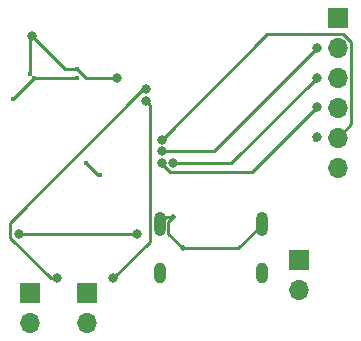
<source format=gbr>
%TF.GenerationSoftware,KiCad,Pcbnew,(7.0.0)*%
%TF.CreationDate,2023-03-11T14:16:37+01:00*%
%TF.ProjectId,AVI_Computer,4156495f-436f-46d7-9075-7465722e6b69,rev?*%
%TF.SameCoordinates,Original*%
%TF.FileFunction,Copper,L2,Bot*%
%TF.FilePolarity,Positive*%
%FSLAX46Y46*%
G04 Gerber Fmt 4.6, Leading zero omitted, Abs format (unit mm)*
G04 Created by KiCad (PCBNEW (7.0.0)) date 2023-03-11 14:16:37*
%MOMM*%
%LPD*%
G01*
G04 APERTURE LIST*
%TA.AperFunction,ComponentPad*%
%ADD10O,1.000000X2.100000*%
%TD*%
%TA.AperFunction,ComponentPad*%
%ADD11O,1.000000X1.800000*%
%TD*%
%TA.AperFunction,ComponentPad*%
%ADD12R,1.700000X1.700000*%
%TD*%
%TA.AperFunction,ComponentPad*%
%ADD13O,1.700000X1.700000*%
%TD*%
%TA.AperFunction,ViaPad*%
%ADD14C,0.400000*%
%TD*%
%TA.AperFunction,ViaPad*%
%ADD15C,0.800000*%
%TD*%
%TA.AperFunction,ViaPad*%
%ADD16C,0.460000*%
%TD*%
%TA.AperFunction,Conductor*%
%ADD17C,0.250000*%
%TD*%
G04 APERTURE END LIST*
D10*
%TO.P,J1,S1,SHIELD*%
%TO.N,GND*%
X156429999Y-121144999D03*
D11*
X156429999Y-125324999D03*
D10*
X165069999Y-121144999D03*
D11*
X165069999Y-125324999D03*
%TD*%
D12*
%TO.P,J2,1,Pin_1*%
%TO.N,+3.3V*%
X171499999Y-103709999D03*
D13*
%TO.P,J2,2,Pin_2*%
%TO.N,/MOSI*%
X171499999Y-106249999D03*
%TO.P,J2,3,Pin_3*%
%TO.N,/MISO*%
X171499999Y-108789999D03*
%TO.P,J2,4,Pin_4*%
%TO.N,/CLK*%
X171499999Y-111329999D03*
%TO.P,J2,5,Pin_5*%
%TO.N,/CS*%
X171499999Y-113869999D03*
%TO.P,J2,6,Pin_6*%
%TO.N,GND*%
X171499999Y-116409999D03*
%TD*%
D12*
%TO.P,J3,1,Pin_1*%
%TO.N,/Motor1+*%
X145499999Y-126974999D03*
D13*
%TO.P,J3,2,Pin_2*%
%TO.N,GND*%
X145499999Y-129514999D03*
%TD*%
D12*
%TO.P,J5,1,Pin_1*%
%TO.N,+5V*%
X168249999Y-124224999D03*
D13*
%TO.P,J5,2,Pin_2*%
%TO.N,GND*%
X168249999Y-126764999D03*
%TD*%
D12*
%TO.P,J4,1,Pin_1*%
%TO.N,/Motor2+*%
X150249999Y-126974999D03*
D13*
%TO.P,J4,2,Pin_2*%
%TO.N,GND*%
X150249999Y-129514999D03*
%TD*%
D14*
%TO.N,+3.3V*%
X145800000Y-108800000D03*
X149400000Y-108800000D03*
X144000000Y-110600000D03*
D15*
%TO.N,Net-(IC1-IO3)*%
X147750000Y-125750000D03*
X155250000Y-109750000D03*
%TO.N,Net-(IC1-IO4)*%
X152500000Y-125750000D03*
X155250000Y-110750000D03*
%TO.N,/CS*%
X169750000Y-113750000D03*
X156600000Y-114000000D03*
%TO.N,/MOSI*%
X156600000Y-115000000D03*
X169750000Y-106250000D03*
%TO.N,/CLK*%
X156600000Y-116000000D03*
X169750000Y-111250000D03*
D14*
%TO.N,GND*%
X150200000Y-116000000D03*
X151400000Y-117000000D03*
D16*
X158400000Y-123200000D03*
X157550000Y-120570000D03*
D15*
%TO.N,+5V*%
X154500000Y-122000000D03*
X144500000Y-122000000D03*
D14*
%TO.N,/sda*%
X145424114Y-108424002D03*
X149400000Y-108000000D03*
D15*
X145600000Y-105200000D03*
X152800000Y-108800000D03*
%TO.N,/MISO*%
X157600000Y-116000000D03*
X169750000Y-108750000D03*
%TD*%
D17*
%TO.N,+3.3V*%
X145800000Y-108800000D02*
X149400000Y-108800000D01*
X144000000Y-110600000D02*
X145800000Y-108800000D01*
%TO.N,Net-(IC1-IO3)*%
X155275305Y-109750000D02*
X155250000Y-109750000D01*
X143775000Y-122300305D02*
X143775000Y-121025000D01*
X143775000Y-121025000D02*
X155050000Y-109750000D01*
X155050000Y-109750000D02*
X155250000Y-109750000D01*
X147224695Y-125750000D02*
X143775000Y-122300305D01*
X147750000Y-125750000D02*
X147224695Y-125750000D01*
%TO.N,Net-(IC1-IO4)*%
X155605000Y-122645000D02*
X155605000Y-111105000D01*
X152500000Y-125750000D02*
X155605000Y-122645000D01*
X155605000Y-111105000D02*
X155250000Y-110750000D01*
%TO.N,/CS*%
X171986701Y-105075000D02*
X172675000Y-105763299D01*
X156600000Y-114000000D02*
X165525000Y-105075000D01*
X172675000Y-112695000D02*
X171500000Y-113870000D01*
X172675000Y-105763299D02*
X172675000Y-112695000D01*
X165525000Y-105075000D02*
X171986701Y-105075000D01*
X169750000Y-113750000D02*
X169500000Y-114000000D01*
%TO.N,/MOSI*%
X169750000Y-106250000D02*
X161000000Y-115000000D01*
X161000000Y-115000000D02*
X156600000Y-115000000D01*
%TO.N,/CLK*%
X164275000Y-116725000D02*
X157299695Y-116725000D01*
X169750000Y-111250000D02*
X164275000Y-116725000D01*
X156600000Y-116025305D02*
X156600000Y-116000000D01*
X157299695Y-116725000D02*
X156600000Y-116025305D01*
%TO.N,GND*%
X165070000Y-121145000D02*
X165070000Y-121204949D01*
X157005000Y-120570000D02*
X156430000Y-121145000D01*
X151200000Y-117000000D02*
X150200000Y-116000000D01*
X157160000Y-121960000D02*
X157160000Y-120960000D01*
X157160000Y-120960000D02*
X157550000Y-120570000D01*
X157550000Y-120570000D02*
X157005000Y-120570000D01*
X163074949Y-123200000D02*
X158400000Y-123200000D01*
X151400000Y-117000000D02*
X151200000Y-117000000D01*
X158400000Y-123200000D02*
X157160000Y-121960000D01*
X165070000Y-121204949D02*
X163074949Y-123200000D01*
%TO.N,+5V*%
X154500000Y-122000000D02*
X144500000Y-122000000D01*
%TO.N,/sda*%
X150200000Y-108800000D02*
X152800000Y-108800000D01*
X149400000Y-108000000D02*
X148400000Y-108000000D01*
X149400000Y-108000000D02*
X150200000Y-108800000D01*
X145424114Y-108424002D02*
X145424114Y-105375886D01*
X148400000Y-108000000D02*
X145600000Y-105200000D01*
X145424114Y-105375886D02*
X145600000Y-105200000D01*
%TO.N,/MISO*%
X162500000Y-116000000D02*
X157600000Y-116000000D01*
X169750000Y-108750000D02*
X162500000Y-116000000D01*
%TD*%
M02*

</source>
